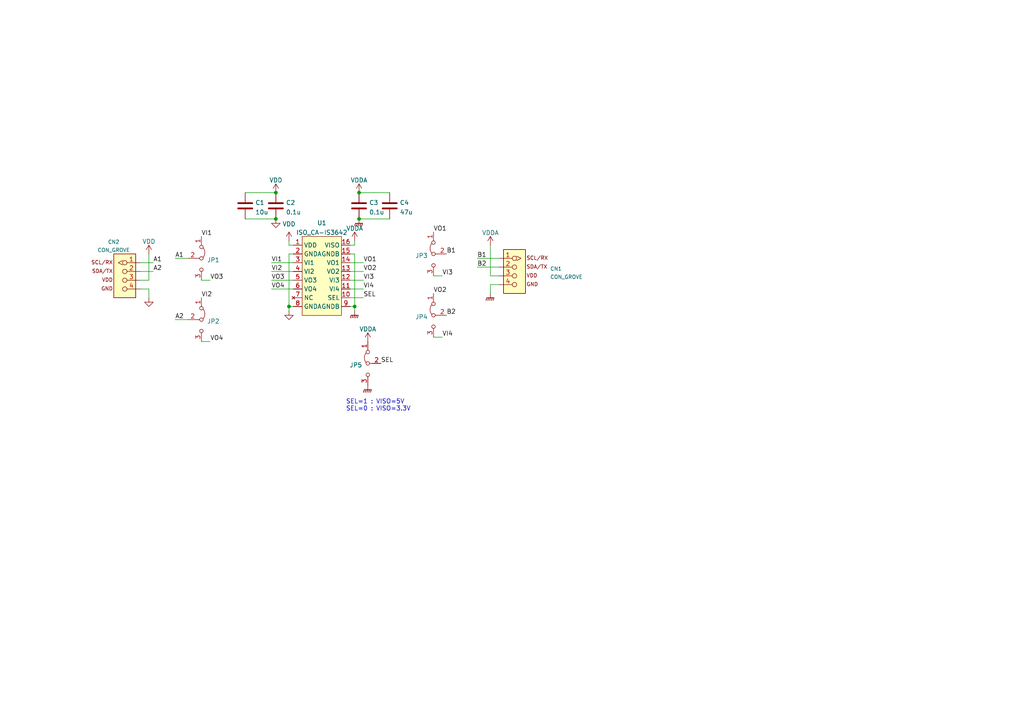
<source format=kicad_sch>
(kicad_sch (version 20211123) (generator eeschema)
  (paper "A4")
  (lib_symbols
    (symbol "Device:C" (pin_numbers hide) (pin_names (offset 0.254))
      (property "Reference" "C" (at 0.635 2.54 0))
      (property "Value" "C" (at 0.635 -2.54 0))
      (symbol "C_0_1"
        (polyline (pts (xy -2.032 -0.762) (xy 2.032 -0.762)) (stroke (width 0.508)))
        (polyline (pts (xy -2.032 0.762) (xy 2.032 0.762)) (stroke (width 0.508)))
      )
      (symbol "C_1_1"
        (pin passive line (at 0 3.81 270) (length 2.794) (name "~") (number "1"))
        (pin passive line (at 0 -3.81 90) (length 2.794) (name "~") (number "2"))
      )
    )
    (symbol "Jumper:Jumper_3_Bridged12" (pin_names (offset 0) hide)
      (property "Reference" "JP" (at -2.54 -2.54 0))
      (property "Value" "Jumper_3_Bridged12" (at 0 2.794 0))
      (symbol "Jumper_3_Bridged12_0_0"
        (circle (center -3.302 0) (radius 0.508))
        (circle (center 0 0) (radius 0.508))
        (circle (center 3.302 0) (radius 0.508))
      )
      (symbol "Jumper_3_Bridged12_0_1"
        (arc (start -0.254 0.508) (mid -1.651 0.9912) (end -3.048 0.508))
        (polyline (pts (xy 0 -1.27) (xy 0 -0.508)))
      )
      (symbol "Jumper_3_Bridged12_1_1"
        (pin passive line (at -6.35 0 0) (length 2.54) (name "A") (number "1"))
        (pin input line (at 0 -3.81 90) (length 2.54) (name "C") (number "2"))
        (pin passive line (at 6.35 0 180) (length 2.54) (name "B") (number "3"))
      )
    )
    (symbol "akita:CON_GROVE" (pin_names (offset 1.016))
      (property "Reference" "CN" (at 0 3.81 0))
      (property "Value" "CON_GROVE" (at 3.81 -5.08 90))
      (symbol "CON_GROVE_1_0"
        (text "GND" (at 5.334 -5.588 0) (effects (font (size 1.0668 1.0668)) (justify left bottom)))
        (text "SCL/RX" (at 5.334 2.032 0) (effects (font (size 1.0668 1.0668)) (justify left bottom)))
        (text "SDA/TX" (at 5.334 -0.508 0) (effects (font (size 1.0668 1.0668)) (justify left bottom)))
        (text "VDD" (at 5.334 -3.048 0) (effects (font (size 1.0668 1.0668)) (justify left bottom)))
        (pin bidirectional inverted_clock (at -2.54 2.54 0) (length 5.08) (name "1") (number "1"))
        (pin bidirectional inverted (at -2.54 0 0) (length 5.08) (name "2") (number "2"))
        (pin bidirectional inverted (at -2.54 -2.54 0) (length 5.08) (name "3") (number "3"))
        (pin bidirectional inverted (at -2.54 -5.08 0) (length 5.08) (name "4") (number "4"))
      )
      (symbol "CON_GROVE_1_1"
        (rectangle (start -1.27 5.08) (end 5.08 -7.62) (stroke (width 0.2032)) (fill (type background)))
      )
    )
    (symbol "akita:ISO_CA-IS3642"
      (property "Reference" "U" (at 1.27 12.7 0))
      (property "Value" "ISO_CA-IS3642" (at 1.27 -12.7 0))
      (symbol "ISO_CA-IS3642_0_1"
        (rectangle (start -6.35 11.43) (end 5.08 -11.43) (stroke (width 0.1524)) (fill (type background)))
      )
      (symbol "ISO_CA-IS3642_1_1"
        (pin power_in line (at -8.89 8.89 0) (length 2.54) (name "VDD") (number "1"))
        (pin input line (at 7.62 -6.35 180) (length 2.54) (name "SEL") (number "10"))
        (pin input line (at 7.62 -3.81 180) (length 2.54) (name "VI4") (number "11"))
        (pin input line (at 7.62 -1.27 180) (length 2.54) (name "VI3") (number "12"))
        (pin output line (at 7.62 1.27 180) (length 2.54) (name "VO2") (number "13"))
        (pin output line (at 7.62 3.81 180) (length 2.54) (name "VO1") (number "14"))
        (pin power_out line (at 7.62 6.35 180) (length 2.54) (name "GNDB") (number "15"))
        (pin power_out line (at 7.62 8.89 180) (length 2.54) (name "VISO") (number "16"))
        (pin power_in line (at -8.89 6.35 0) (length 2.54) (name "GNDA") (number "2"))
        (pin input line (at -8.89 3.81 0) (length 2.54) (name "VI1") (number "3"))
        (pin input line (at -8.89 1.27 0) (length 2.54) (name "VI2") (number "4"))
        (pin output line (at -8.89 -1.27 0) (length 2.54) (name "VO3") (number "5"))
        (pin output line (at -8.89 -3.81 0) (length 2.54) (name "VO4") (number "6"))
        (pin no_connect line (at -8.89 -6.35 0) (length 2.54) (name "NC") (number "7"))
        (pin power_in line (at -8.89 -8.89 0) (length 2.54) (name "GNDA") (number "8"))
        (pin power_out line (at 7.62 -8.89 180) (length 2.54) (name "GNDB") (number "9"))
      )
    )
    (symbol "power:GND" (power) (pin_names (offset 0))
      (property "Value" "GND" (at 0 -3.81 0))
      (symbol "GND_0_1"
        (polyline (pts (xy 0 0) (xy 0 -1.27) (xy 1.27 -1.27) (xy 0 -2.54) (xy -1.27 -1.27) (xy 0 -1.27)))
      )
      (symbol "GND_1_1"
        (pin power_in line (at 0 0 270) (length 0) hide (name "GND") (number "1"))
      )
    )
    (symbol "power:GNDPWR" (power) (pin_names (offset 0))
      (property "Value" "GNDPWR" (at 0 -3.302 0))
      (symbol "GNDPWR_0_1"
        (polyline (pts (xy 0 -1.27) (xy 0 0)))
        (polyline (pts (xy -1.016 -1.27) (xy -1.27 -2.032) (xy -1.27 -2.032)) (stroke (width 0.2032)))
        (polyline (pts (xy -0.508 -1.27) (xy -0.762 -2.032) (xy -0.762 -2.032)) (stroke (width 0.2032)))
        (polyline (pts (xy 0 -1.27) (xy -0.254 -2.032) (xy -0.254 -2.032)) (stroke (width 0.2032)))
        (polyline (pts (xy 0.508 -1.27) (xy 0.254 -2.032) (xy 0.254 -2.032)) (stroke (width 0.2032)))
        (polyline (pts (xy 1.016 -1.27) (xy -1.016 -1.27) (xy -1.016 -1.27)) (stroke (width 0.2032)))
        (polyline (pts (xy 1.016 -1.27) (xy 0.762 -2.032) (xy 0.762 -2.032) (xy 0.762 -2.032)) (stroke (width 0.2032)))
      )
      (symbol "GNDPWR_1_1"
        (pin power_in line (at 0 0 270) (length 0) hide (name "GNDPWR") (number "1"))
      )
    )
    (symbol "power:VDD" (power) (pin_names (offset 0))
      (property "Value" "VDD" (at 0 3.81 0))
      (symbol "VDD_0_1"
        (polyline (pts (xy -0.762 1.27) (xy 0 2.54)))
        (polyline (pts (xy 0 0) (xy 0 2.54)))
        (polyline (pts (xy 0 2.54) (xy 0.762 1.27)))
      )
      (symbol "VDD_1_1"
        (pin power_in line (at 0 0 90) (length 0) hide (name "VDD") (number "1"))
      )
    )
    (symbol "power:VDDA" (power) (pin_names (offset 0))
      (property "Value" "VDDA" (at 0 3.81 0))
      (symbol "VDDA_0_1"
        (polyline (pts (xy -0.762 1.27) (xy 0 2.54)))
        (polyline (pts (xy 0 0) (xy 0 2.54)))
        (polyline (pts (xy 0 2.54) (xy 0.762 1.27)))
      )
      (symbol "VDDA_1_1"
        (pin power_in line (at 0 0 90) (length 0) hide (name "VDDA") (number "1"))
      )
    )
  )
  (junction (at 102.87 88.9))
  (junction (at 104.14 55.88))
  (junction (at 80.01 63.5))
  (junction (at 83.82 88.9))
  (junction (at 80.01 55.88))
  (junction (at 104.14 63.5))
  (wire (pts (xy 104.14 55.88) (xy 113.03 55.88)))
  (wire (pts (xy 43.18 83.82) (xy 43.18 86.36)))
  (wire (pts (xy 138.43 77.47) (xy 144.78 77.47)))
  (wire (pts (xy 43.18 73.66) (xy 43.18 81.28)))
  (wire (pts (xy 102.87 71.12) (xy 102.87 69.85)))
  (wire (pts (xy 101.6 76.2) (xy 105.41 76.2)))
  (wire (pts (xy 144.78 80.01) (xy 142.24 80.01)))
  (wire (pts (xy 102.87 88.9) (xy 102.87 90.17)))
  (wire (pts (xy 101.6 83.82) (xy 105.41 83.82)))
  (wire (pts (xy 125.73 80.01) (xy 128.27 80.01)))
  (wire (pts (xy 40.64 83.82) (xy 43.18 83.82)))
  (wire (pts (xy 78.74 83.82) (xy 85.09 83.82)))
  (wire (pts (xy 101.6 86.36) (xy 105.41 86.36)))
  (wire (pts (xy 83.82 73.66) (xy 83.82 88.9)))
  (wire (pts (xy 71.12 63.5) (xy 80.01 63.5)))
  (wire (pts (xy 138.43 74.93) (xy 144.78 74.93)))
  (wire (pts (xy 102.87 73.66) (xy 102.87 88.9)))
  (wire (pts (xy 142.24 82.55) (xy 142.24 85.09)))
  (wire (pts (xy 78.74 81.28) (xy 85.09 81.28)))
  (wire (pts (xy 83.82 88.9) (xy 85.09 88.9)))
  (wire (pts (xy 40.64 78.74) (xy 44.45 78.74)))
  (wire (pts (xy 104.14 63.5) (xy 113.03 63.5)))
  (wire (pts (xy 83.82 71.12) (xy 83.82 69.85)))
  (wire (pts (xy 78.74 76.2) (xy 85.09 76.2)))
  (wire (pts (xy 85.09 73.66) (xy 83.82 73.66)))
  (wire (pts (xy 71.12 55.88) (xy 80.01 55.88)))
  (wire (pts (xy 142.24 80.01) (xy 142.24 71.12)))
  (wire (pts (xy 83.82 88.9) (xy 83.82 90.17)))
  (wire (pts (xy 58.42 81.28) (xy 60.96 81.28)))
  (wire (pts (xy 78.74 78.74) (xy 85.09 78.74)))
  (wire (pts (xy 125.73 97.79) (xy 128.27 97.79)))
  (wire (pts (xy 101.6 81.28) (xy 105.41 81.28)))
  (wire (pts (xy 58.42 99.06) (xy 60.96 99.06)))
  (wire (pts (xy 50.8 92.71) (xy 54.61 92.71)))
  (wire (pts (xy 101.6 71.12) (xy 102.87 71.12)))
  (wire (pts (xy 85.09 71.12) (xy 83.82 71.12)))
  (wire (pts (xy 50.8 74.93) (xy 54.61 74.93)))
  (wire (pts (xy 144.78 82.55) (xy 142.24 82.55)))
  (wire (pts (xy 40.64 81.28) (xy 43.18 81.28)))
  (wire (pts (xy 101.6 73.66) (xy 102.87 73.66)))
  (wire (pts (xy 101.6 78.74) (xy 105.41 78.74)))
  (wire (pts (xy 101.6 88.9) (xy 102.87 88.9)))
  (wire (pts (xy 40.64 76.2) (xy 44.45 76.2)))
  (text "SEL=1 : VISO=5V\nSEL=0 : VISO=3.3V" (at 100.33 119.38 0) (effects (font (size 1.27 1.27)) (justify left bottom)))
  (label "VI2" (at 78.74 78.74 0))
  (label "VI3" (at 105.41 81.28 0))
  (label "A1" (at 44.45 76.2 0))
  (label "VO2" (at 125.73 85.09 0))
  (label "VI2" (at 58.42 86.36 0))
  (label "VI1" (at 58.42 68.58 0))
  (label "B1" (at 138.43 74.93 0))
  (label "B2" (at 138.43 77.47 0))
  (label "VI1" (at 78.74 76.2 0))
  (label "VO3" (at 60.96 81.28 0))
  (label "A2" (at 44.45 78.74 0))
  (label "VI3" (at 128.27 80.01 0))
  (label "SEL" (at 110.49 105.41 0))
  (label "VO4" (at 78.74 83.82 0))
  (label "VO2" (at 105.41 78.74 0))
  (label "VI4" (at 128.27 97.79 0))
  (label "VO1" (at 125.73 67.31 0))
  (label "VO1" (at 105.41 76.2 0))
  (label "A2" (at 50.8 92.71 0))
  (label "B2" (at 129.54 91.44 0))
  (label "VO3" (at 78.74 81.28 0))
  (label "VO4" (at 60.96 99.06 0))
  (label "SEL" (at 105.41 86.36 0))
  (label "VI4" (at 105.41 83.82 0))
  (label "A1" (at 50.8 74.93 0))
  (label "B1" (at 129.54 73.66 0))
  (symbol (lib_id "Jumper:Jumper_3_Bridged12") (at 106.68 105.41 90) (mirror x) (unit 1)
    (property "Reference" "JP5" (at 105.0539 105.889 90) (effects (justify left)))
    (property "Value" "Jumper_3_Bridged12" (effects hide))
    (property "Footprint" "Jumper:SolderJumper-3_P1.3mm_Bridged12_RoundedPad1.0x1.5mm" (effects hide))
  )
  (symbol (lib_id "power:GNDPWR") (at 104.14 63.5 0) (unit 1)
    (property "Reference" "#PWR04" (effects hide))
    (property "Value" "GNDPWR" (effects hide))
  )
  (symbol (lib_id "power:GNDPWR") (at 142.24 85.09 0) (unit 1)
    (property "Reference" "#PWR09" (effects hide))
    (property "Value" "GNDPWR" (effects hide))
  )
  (symbol (lib_id "power:VDDA") (at 102.87 69.85 0) (unit 1)
    (property "Reference" "#PWR06" (effects hide))
    (property "Value" "VDDA" (at 102.87 66.2455 0))
  )
  (symbol (lib_id "Device:C") (at 104.14 59.69 0) (unit 1)
    (property "Reference" "C3" (at 107.061 58.7815 0) (effects (justify left)))
    (property "Value" "0.1u" (at 107.061 61.5566 0) (effects (justify left)))
    (property "Footprint" "Capacitor_SMD:C_0603_1608Metric" (effects hide))
    (property "LCSC" "C14663" (effects hide))
  )
  (symbol (lib_id "power:GNDPWR") (at 106.68 111.76 0) (unit 1)
    (property "Reference" "#PWR014" (effects hide))
    (property "Value" "GNDPWR" (effects hide))
  )
  (symbol (lib_id "power:GND") (at 43.18 86.36 0) (unit 1)
    (property "Reference" "#PWR010" (effects hide))
    (property "Value" "GND" (effects hide))
  )
  (symbol (lib_id "power:GNDPWR") (at 102.87 90.17 0) (unit 1)
    (property "Reference" "#PWR012" (effects hide))
    (property "Value" "GNDPWR" (effects hide))
  )
  (symbol (lib_id "power:VDDA") (at 106.68 99.06 0) (unit 1)
    (property "Reference" "#PWR013" (effects hide))
    (property "Value" "VDDA" (at 106.68 95.4555 0))
  )
  (symbol (lib_id "power:VDD") (at 80.01 55.88 0) (unit 1)
    (property "Reference" "#PWR01" (effects hide))
    (property "Value" "VDD" (at 80.01 52.2755 0))
  )
  (symbol (lib_id "power:VDD") (at 83.82 69.85 0) (unit 1)
    (property "Reference" "#PWR05" (effects hide))
    (property "Value" "VDD" (at 83.82 64.9755 0))
  )
  (symbol (lib_id "power:VDD") (at 43.18 73.66 0) (unit 1)
    (property "Reference" "#PWR08" (effects hide))
    (property "Value" "VDD" (at 43.18 70.0555 0))
  )
  (symbol (lib_id "akita:CON_GROVE") (at 147.32 77.47 0) (unit 1)
    (property "Reference" "CN1" (at 159.5692 77.9565 0) (effects (font (size 1.0668 1.0668)) (justify left)))
    (property "Value" "CON_GROVE" (at 159.5692 80.3282 0) (effects (font (size 1.0668 1.0668)) (justify left)))
    (property "Footprint" "akita:CON_GROVE_H" (effects hide))
  )
  (symbol (lib_id "power:VDDA") (at 104.14 55.88 0) (unit 1)
    (property "Reference" "#PWR02" (effects hide))
    (property "Value" "VDDA" (at 104.14 52.2755 0))
  )
  (symbol (lib_id "Device:C") (at 71.12 59.69 0) (unit 1)
    (property "Reference" "C1" (at 74.041 58.7815 0) (effects (justify left)))
    (property "Value" "10u" (at 74.041 61.5566 0) (effects (justify left)))
    (property "Footprint" "Capacitor_SMD:C_0603_1608Metric" (effects hide))
    (property "LCSC" "C109454" (effects hide))
  )
  (symbol (lib_id "power:GND") (at 83.82 90.17 0) (unit 1)
    (property "Reference" "#PWR011" (effects hide))
    (property "Value" "GND" (effects hide))
  )
  (symbol (lib_id "Jumper:Jumper_3_Bridged12") (at 125.73 73.66 90) (mirror x) (unit 1)
    (property "Reference" "JP3" (at 124.1039 74.139 90) (effects (justify left)))
    (property "Value" "Jumper_3_Bridged12" (effects hide))
    (property "Footprint" "Jumper:SolderJumper-3_P1.3mm_Bridged12_RoundedPad1.0x1.5mm" (effects hide))
  )
  (symbol (lib_id "Jumper:Jumper_3_Bridged12") (at 58.42 92.71 270) (unit 1)
    (property "Reference" "JP2" (at 60.0462 93.189 90) (effects (justify left)))
    (property "Value" "Jumper_3_Bridged12" (effects hide))
    (property "Footprint" "Jumper:SolderJumper-3_P1.3mm_Bridged12_RoundedPad1.0x1.5mm" (effects hide))
  )
  (symbol (lib_id "Jumper:Jumper_3_Bridged12") (at 58.42 74.93 270) (unit 1)
    (property "Reference" "JP1" (at 60.0462 75.409 90) (effects (justify left)))
    (property "Value" "Jumper_3_Bridged12" (effects hide))
    (property "Footprint" "Jumper:SolderJumper-3_P1.3mm_Bridged12_RoundedPad1.0x1.5mm" (effects hide))
  )
  (symbol (lib_id "akita:CON_GROVE") (at 38.1 78.74 0) (mirror y) (unit 1)
    (property "Reference" "CN2" (at 32.9787 70.1706 0) (effects (font (size 1.0668 1.0668))))
    (property "Value" "CON_GROVE" (at 32.9787 72.5423 0) (effects (font (size 1.0668 1.0668))))
    (property "Footprint" "akita:CON_GROVE_H" (effects hide))
  )
  (symbol (lib_id "power:GND") (at 80.01 63.5 0) (unit 1)
    (property "Reference" "#PWR03" (effects hide))
    (property "Value" "GND" (effects hide))
  )
  (symbol (lib_id "Device:C") (at 80.01 59.69 0) (unit 1)
    (property "Reference" "C2" (at 82.931 58.7815 0) (effects (justify left)))
    (property "Value" "0.1u" (at 82.931 61.5566 0) (effects (justify left)))
    (property "Footprint" "Capacitor_SMD:C_0603_1608Metric" (effects hide))
    (property "LCSC" "C14663" (effects hide))
  )
  (symbol (lib_id "akita:ISO_CA-IS3642") (at 93.98 80.01 0) (unit 1)
    (property "Reference" "U1" (at 93.345 64.6643 0))
    (property "Value" "ISO_CA-IS3642" (at 93.345 67.4394 0))
    (property "Footprint" "Package_SO:SOIC-16W_7.5x10.3mm_P1.27mm" (effects hide))
    (property "LCSC" "C2890053" (effects hide))
  )
  (symbol (lib_id "Jumper:Jumper_3_Bridged12") (at 125.73 91.44 90) (mirror x) (unit 1)
    (property "Reference" "JP4" (at 124.1039 91.919 90) (effects (justify left)))
    (property "Value" "Jumper_3_Bridged12" (effects hide))
    (property "Footprint" "Jumper:SolderJumper-3_P1.3mm_Bridged12_RoundedPad1.0x1.5mm" (effects hide))
  )
  (symbol (lib_id "Device:C") (at 113.03 59.69 0) (unit 1)
    (property "Reference" "C4" (at 115.951 58.7815 0) (effects (justify left)))
    (property "Value" "47u" (at 115.951 61.5566 0) (effects (justify left)))
    (property "Footprint" "Capacitor_SMD:C_0805_2012Metric" (effects hide))
    (property "LCSC" "C19103846" (effects hide))
  )
  (symbol (lib_id "power:VDDA") (at 142.24 71.12 0) (unit 1)
    (property "Reference" "#PWR07" (effects hide))
    (property "Value" "VDDA" (at 142.24 67.5155 0))
  )
)
</source>
